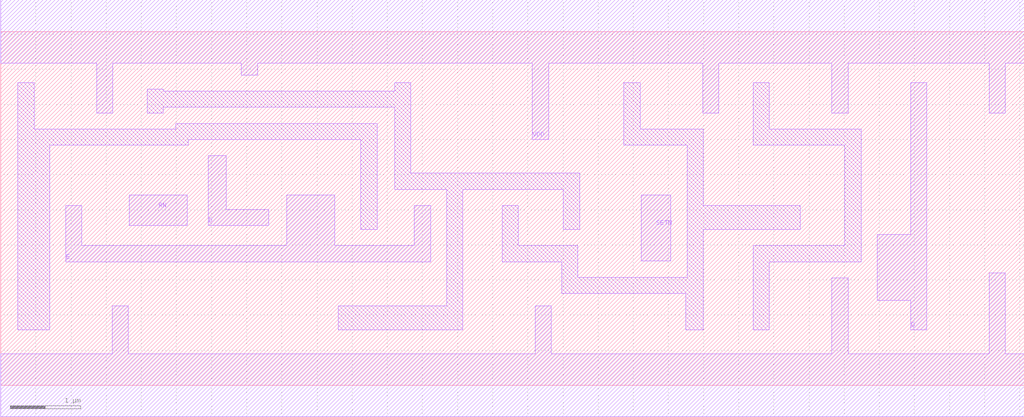
<source format=lef>
# Copyright 2022 GlobalFoundries PDK Authors
#
# Licensed under the Apache License, Version 2.0 (the "License");
# you may not use this file except in compliance with the License.
# You may obtain a copy of the License at
#
#      http://www.apache.org/licenses/LICENSE-2.0
#
# Unless required by applicable law or agreed to in writing, software
# distributed under the License is distributed on an "AS IS" BASIS,
# WITHOUT WARRANTIES OR CONDITIONS OF ANY KIND, either express or implied.
# See the License for the specific language governing permissions and
# limitations under the License.

MACRO gf180mcu_fd_sc_mcu9t5v0__latrsnq_2
  CLASS core ;
  FOREIGN gf180mcu_fd_sc_mcu9t5v0__latrsnq_2 0.0 0.0 ;
  ORIGIN 0 0 ;
  SYMMETRY X Y ;
  SITE GF018hv5v_green_sc9 ;
  SIZE 14.56 BY 5.04 ;
  PIN D
    DIRECTION INPUT ;
    ANTENNAGATEAREA 1.02 ;
    PORT
      LAYER Metal1 ;
        POLYGON 2.95 2.275 3.81 2.275 3.81 2.505 3.21 2.505 3.21 3.27 2.95 3.27  ;
    END
  END D
  PIN E
    DIRECTION INPUT ;
    USE clock ;
    ANTENNAGATEAREA 2.322 ;
    PORT
      LAYER Metal1 ;
        POLYGON 0.925 1.76 6.115 1.76 6.115 2.56 5.885 2.56 5.885 1.99 4.755 1.99 4.755 2.71 4.07 2.71 4.07 1.99 1.155 1.99 1.155 2.56 0.925 2.56  ;
    END
  END E
  PIN RN
    DIRECTION INPUT ;
    ANTENNAGATEAREA 1.44 ;
    PORT
      LAYER Metal1 ;
        POLYGON 1.83 2.275 2.65 2.275 2.65 2.71 1.83 2.71  ;
    END
  END RN
  PIN SETN
    DIRECTION INPUT ;
    ANTENNAGATEAREA 1.302 ;
    PORT
      LAYER Metal1 ;
        POLYGON 9.11 1.77 9.535 1.77 9.535 2.71 9.11 2.71  ;
    END
  END SETN
  PIN Q
    DIRECTION OUTPUT ;
    ANTENNADIFFAREA 1.638 ;
    PORT
      LAYER Metal1 ;
        POLYGON 12.47 1.21 12.945 1.21 12.945 0.79 13.175 0.79 13.175 4.31 12.945 4.31 12.945 2.15 12.47 2.15  ;
    END
  END Q
  PIN VDD
    DIRECTION INOUT ;
    USE power ;
    SHAPE ABUTMENT ;
    PORT
      LAYER Metal1 ;
        POLYGON 0 4.59 1.365 4.59 1.365 3.88 1.595 3.88 1.595 4.59 3.425 4.59 3.425 4.42 3.655 4.42 3.655 4.59 7.565 4.59 7.565 3.5 7.795 3.5 7.795 4.59 8.235 4.59 9.985 4.59 9.985 3.88 10.215 3.88 10.215 4.59 11.825 4.59 11.825 3.88 12.055 3.88 12.055 4.59 12.24 4.59 14.065 4.59 14.065 3.88 14.295 3.88 14.295 4.59 14.56 4.59 14.56 5.49 12.24 5.49 8.235 5.49 0 5.49  ;
    END
  END VDD
  PIN VSS
    DIRECTION INOUT ;
    USE ground ;
    SHAPE ABUTMENT ;
    PORT
      LAYER Metal1 ;
        POLYGON 0 -0.45 14.56 -0.45 14.56 0.45 14.295 0.45 14.295 1.6 14.065 1.6 14.065 0.45 12.055 0.45 12.055 1.53 11.825 1.53 11.825 0.45 7.835 0.45 7.835 1.13 7.605 1.13 7.605 0.45 1.815 0.45 1.815 1.13 1.585 1.13 1.585 0.45 0 0.45  ;
    END
  END VSS
  OBS
      LAYER Metal1 ;
        POLYGON 0.245 0.79 0.695 0.79 0.695 3.42 2.665 3.42 2.665 3.5 5.125 3.5 5.125 2.22 5.355 2.22 5.355 3.73 2.49 3.73 2.49 3.65 0.475 3.65 0.475 4.31 0.245 4.31  ;
        POLYGON 2.085 3.88 2.315 3.88 2.315 3.96 5.605 3.96 5.605 2.79 6.345 2.79 6.345 1.13 4.805 1.13 4.805 0.79 6.575 0.79 6.575 2.79 8.005 2.79 8.005 2.22 8.235 2.22 8.235 3.02 5.835 3.02 5.835 4.31 5.605 4.31 5.605 4.19 2.315 4.19 2.315 4.22 2.085 4.22  ;
        POLYGON 8.865 3.42 9.765 3.42 9.765 1.54 8.21 1.54 8.21 1.99 7.365 1.99 7.365 2.56 7.135 2.56 7.135 1.76 7.98 1.76 7.98 1.31 9.745 1.31 9.745 0.79 9.995 0.79 9.995 2.22 11.375 2.22 11.375 2.56 9.995 2.56 9.995 3.65 9.095 3.65 9.095 4.31 8.865 4.31  ;
        POLYGON 10.705 3.42 12.01 3.42 12.01 1.99 10.705 1.99 10.705 0.79 10.935 0.79 10.935 1.76 12.24 1.76 12.24 3.65 10.935 3.65 10.935 4.31 10.705 4.31  ;
  END
END gf180mcu_fd_sc_mcu9t5v0__latrsnq_2

</source>
